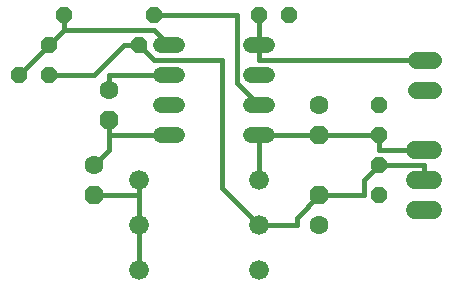
<source format=gtl>
G75*
%MOIN*%
%OFA0B0*%
%FSLAX24Y24*%
%IPPOS*%
%LPD*%
%AMOC8*
5,1,8,0,0,1.08239X$1,22.5*
%
%ADD10OC8,0.0630*%
%ADD11C,0.0630*%
%ADD12OC8,0.0520*%
%ADD13C,0.0660*%
%ADD14C,0.0520*%
%ADD15C,0.0600*%
%ADD16C,0.0560*%
%ADD17C,0.0180*%
D10*
X003680Y003180D03*
X004180Y005680D03*
X011180Y005180D03*
X011180Y003180D03*
D11*
X011180Y002180D03*
X011180Y006180D03*
X004180Y006680D03*
X003680Y004180D03*
D12*
X002180Y007180D03*
X001180Y007180D03*
X002180Y008180D03*
X002680Y009180D03*
X005180Y008180D03*
X005680Y009180D03*
X009180Y009180D03*
X010180Y009180D03*
X013180Y006180D03*
X013180Y005180D03*
X013180Y004180D03*
X013180Y003180D03*
D13*
X009180Y003680D03*
X009180Y002180D03*
X009180Y000680D03*
X005180Y000680D03*
X005180Y002180D03*
X005180Y003680D03*
D14*
X005920Y005180D02*
X006440Y005180D01*
X006440Y006180D02*
X005920Y006180D01*
X005920Y007180D02*
X006440Y007180D01*
X006440Y008180D02*
X005920Y008180D01*
X008920Y008180D02*
X009440Y008180D01*
X009440Y007180D02*
X008920Y007180D01*
X008920Y006180D02*
X009440Y006180D01*
X009440Y005180D02*
X008920Y005180D01*
D15*
X014380Y004680D02*
X014980Y004680D01*
X014980Y003680D02*
X014380Y003680D01*
X014380Y002680D02*
X014980Y002680D01*
D16*
X014960Y006680D02*
X014400Y006680D01*
X014400Y007680D02*
X014960Y007680D01*
D17*
X014680Y007680D02*
X009180Y007680D01*
X009180Y008180D01*
X009180Y009180D01*
X008430Y009180D02*
X008430Y006930D01*
X009180Y006180D01*
X009180Y005180D02*
X011180Y005180D01*
X013180Y005180D01*
X013180Y004680D01*
X014680Y004680D01*
X014680Y004180D02*
X014680Y003680D01*
X014680Y004180D02*
X013180Y004180D01*
X012680Y003680D01*
X012680Y003180D01*
X011180Y003180D01*
X010430Y002430D01*
X010430Y002180D01*
X009180Y002180D01*
X007930Y003430D01*
X007930Y007680D01*
X005680Y007680D01*
X005180Y008180D01*
X004680Y008180D01*
X003680Y007180D01*
X002180Y007180D01*
X002180Y008180D02*
X001180Y007180D01*
X002180Y008180D02*
X002680Y008680D01*
X002680Y009180D01*
X002680Y008680D02*
X005680Y008680D01*
X006180Y008180D01*
X006180Y007180D02*
X004180Y007180D01*
X004180Y006680D01*
X004180Y005680D02*
X004180Y005180D01*
X004180Y004680D01*
X003680Y004180D01*
X005180Y003680D02*
X005180Y003180D01*
X005180Y002180D01*
X005180Y000680D01*
X005180Y003180D02*
X003680Y003180D01*
X004180Y005180D02*
X006180Y005180D01*
X009180Y005180D02*
X009180Y003680D01*
X008430Y009180D02*
X005680Y009180D01*
M02*

</source>
